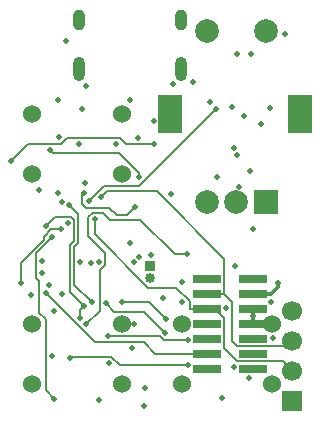
<source format=gbl>
G04 #@! TF.GenerationSoftware,KiCad,Pcbnew,9.0.2*
G04 #@! TF.CreationDate,2025-12-31T10:57:56+01:00*
G04 #@! TF.ProjectId,synthmate_L432,73796e74-686d-4617-9465-5f4c3433322e,rev?*
G04 #@! TF.SameCoordinates,Original*
G04 #@! TF.FileFunction,Copper,L4,Bot*
G04 #@! TF.FilePolarity,Positive*
%FSLAX46Y46*%
G04 Gerber Fmt 4.6, Leading zero omitted, Abs format (unit mm)*
G04 Created by KiCad (PCBNEW 9.0.2) date 2025-12-31 10:57:56*
%MOMM*%
%LPD*%
G01*
G04 APERTURE LIST*
G04 #@! TA.AperFunction,ComponentPad*
%ADD10R,1.700000X1.700000*%
G04 #@! TD*
G04 #@! TA.AperFunction,ComponentPad*
%ADD11C,1.700000*%
G04 #@! TD*
G04 #@! TA.AperFunction,HeatsinkPad*
%ADD12O,1.000000X2.100000*%
G04 #@! TD*
G04 #@! TA.AperFunction,HeatsinkPad*
%ADD13O,1.000000X1.800000*%
G04 #@! TD*
G04 #@! TA.AperFunction,ComponentPad*
%ADD14R,0.850000X0.850000*%
G04 #@! TD*
G04 #@! TA.AperFunction,ComponentPad*
%ADD15C,0.850000*%
G04 #@! TD*
G04 #@! TA.AperFunction,ComponentPad*
%ADD16C,1.524000*%
G04 #@! TD*
G04 #@! TA.AperFunction,ComponentPad*
%ADD17R,2.000000X2.000000*%
G04 #@! TD*
G04 #@! TA.AperFunction,ComponentPad*
%ADD18C,2.000000*%
G04 #@! TD*
G04 #@! TA.AperFunction,ComponentPad*
%ADD19R,2.000000X3.200000*%
G04 #@! TD*
G04 #@! TA.AperFunction,SMDPad,CuDef*
%ADD20R,2.400000X0.740000*%
G04 #@! TD*
G04 #@! TA.AperFunction,ViaPad*
%ADD21C,0.500000*%
G04 #@! TD*
G04 #@! TA.AperFunction,Conductor*
%ADD22C,0.300000*%
G04 #@! TD*
G04 #@! TA.AperFunction,Conductor*
%ADD23C,0.200000*%
G04 #@! TD*
G04 APERTURE END LIST*
D10*
G04 #@! TO.P,J5,1,Pin_1*
G04 #@! TO.N,GND*
X151610000Y-105600000D03*
D11*
G04 #@! TO.P,J5,2,Pin_2*
G04 #@! TO.N,SWCLK*
X151610000Y-103060000D03*
G04 #@! TO.P,J5,3,Pin_3*
G04 #@! TO.N,SWDIO*
X151610000Y-100520000D03*
G04 #@! TO.P,J5,4,Pin_4*
G04 #@! TO.N,3V3*
X151610000Y-97980000D03*
G04 #@! TD*
D12*
G04 #@! TO.P,J1,S1,SHIELD*
G04 #@! TO.N,GND*
X142200000Y-77530000D03*
D13*
X142200000Y-73350000D03*
D12*
X133560000Y-77530000D03*
D13*
X133560000Y-73350000D03*
G04 #@! TD*
D14*
G04 #@! TO.P,J3,1,Pin_1*
G04 #@! TO.N,Net-(J3-Pin_1)*
X139550000Y-94170000D03*
D15*
G04 #@! TO.P,J3,2,Pin_2*
G04 #@! TO.N,Net-(J3-Pin_2)*
X139550000Y-95170000D03*
G04 #@! TD*
D16*
G04 #@! TO.P,SW3,1,B*
G04 #@! TO.N,GND*
X137160000Y-99060000D03*
G04 #@! TO.P,SW3,2,C*
G04 #@! TO.N,Net-(SW3-C)*
X137160000Y-104140000D03*
G04 #@! TO.P,SW3,3,A*
G04 #@! TO.N,unconnected-(SW3-A-Pad3)*
X129540000Y-99060000D03*
G04 #@! TO.P,SW3,4*
G04 #@! TO.N,N/C*
X129540000Y-104140000D03*
G04 #@! TD*
G04 #@! TO.P,SW2,1,B*
G04 #@! TO.N,GND*
X149860000Y-99060000D03*
G04 #@! TO.P,SW2,2,C*
G04 #@! TO.N,Net-(SW2-C)*
X149860000Y-104140000D03*
G04 #@! TO.P,SW2,3,A*
G04 #@! TO.N,unconnected-(SW2-A-Pad3)*
X142240000Y-99060000D03*
G04 #@! TO.P,SW2,4*
G04 #@! TO.N,N/C*
X142240000Y-104140000D03*
G04 #@! TD*
D17*
G04 #@! TO.P,SW1,A,A*
G04 #@! TO.N,Net-(R7-Pad1)*
X149360000Y-88770000D03*
D18*
G04 #@! TO.P,SW1,B,B*
G04 #@! TO.N,Net-(R6-Pad1)*
X144360000Y-88770000D03*
G04 #@! TO.P,SW1,C,C*
G04 #@! TO.N,GND*
X146860000Y-88770000D03*
D19*
G04 #@! TO.P,SW1,MP*
G04 #@! TO.N,N/C*
X141260000Y-81270000D03*
X152280000Y-81270000D03*
D18*
G04 #@! TO.P,SW1,S1,S1*
G04 #@! TO.N,Net-(R1-Pad1)*
X144360000Y-74270000D03*
G04 #@! TO.P,SW1,S2,S2*
G04 #@! TO.N,GND*
X149360000Y-74270000D03*
G04 #@! TD*
D20*
G04 #@! TO.P,J8,1,NC*
G04 #@! TO.N,unconnected-(J8-NC-Pad1)*
X148270000Y-95250000D03*
G04 #@! TO.P,J8,2,NC*
G04 #@! TO.N,unconnected-(J8-NC-Pad2)*
X144370000Y-95250000D03*
G04 #@! TO.P,J8,3,VCC*
G04 #@! TO.N,3V3*
X148270000Y-96520000D03*
G04 #@! TO.P,J8,4,JTMS/SWDIO*
G04 #@! TO.N,SWDIO*
X144370000Y-96520000D03*
G04 #@! TO.P,J8,5,GND*
G04 #@! TO.N,GND*
X148270000Y-97790000D03*
G04 #@! TO.P,J8,6,JCLK/SWCLK*
G04 #@! TO.N,SWCLK*
X144370000Y-97790000D03*
G04 #@! TO.P,J8,7,GND*
G04 #@! TO.N,GND*
X148270000Y-99060000D03*
G04 #@! TO.P,J8,8,JTDO/SWO*
G04 #@! TO.N,unconnected-(J8-JTDO{slash}SWO-Pad8)*
X144370000Y-99060000D03*
G04 #@! TO.P,J8,9,JRCLK/NC*
G04 #@! TO.N,unconnected-(J8-JRCLK{slash}NC-Pad9)*
X148270000Y-100330000D03*
G04 #@! TO.P,J8,10,JTDI/NC*
G04 #@! TO.N,unconnected-(J8-JTDI{slash}NC-Pad10)*
X144370000Y-100330000D03*
G04 #@! TO.P,J8,11,GNDDetect*
G04 #@! TO.N,unconnected-(J8-GNDDetect-Pad11)*
X148270000Y-101600000D03*
G04 #@! TO.P,J8,12,~{RST}*
G04 #@! TO.N,NRST*
X144370000Y-101600000D03*
G04 #@! TO.P,J8,13,VCP_RX*
G04 #@! TO.N,unconnected-(J8-VCP_RX-Pad13)*
X148270000Y-102870000D03*
G04 #@! TO.P,J8,14,VCP_TX*
G04 #@! TO.N,unconnected-(J8-VCP_TX-Pad14)*
X144370000Y-102870000D03*
G04 #@! TD*
D16*
G04 #@! TO.P,SW5,1,B*
G04 #@! TO.N,GND*
X137160000Y-81280000D03*
G04 #@! TO.P,SW5,2,C*
G04 #@! TO.N,Net-(SW5-C)*
X137160000Y-86360000D03*
G04 #@! TO.P,SW5,3,A*
G04 #@! TO.N,unconnected-(SW5-A-Pad3)*
X129540000Y-81280000D03*
G04 #@! TO.P,SW5,4*
G04 #@! TO.N,N/C*
X129540000Y-86360000D03*
G04 #@! TD*
D21*
G04 #@! TO.N,GND*
X137890000Y-80160000D03*
G04 #@! TO.N,CS*
X135791100Y-97343900D03*
X140842600Y-99831500D03*
G04 #@! TO.N,pushbutton_C*
X131240400Y-91741200D03*
X131460000Y-105411200D03*
G04 #@! TO.N,MISO*
X137219500Y-97198200D03*
X140936900Y-98647900D03*
G04 #@! TO.N,Net-(U1-PA9)*
X138586300Y-86629800D03*
X131088000Y-84385200D03*
G04 #@! TO.N,usb_switch*
X132738300Y-89032700D03*
X134641400Y-97254100D03*
G04 #@! TO.N,Net-(C10-Pad1)*
X142768600Y-102595800D03*
X132760000Y-101964500D03*
G04 #@! TO.N,Net-(C8-Pad1)*
X139905000Y-83882500D03*
X127750900Y-85305300D03*
G04 #@! TO.N,Net-(C7-Pad1)*
X142727100Y-93149900D03*
X134175700Y-99072700D03*
G04 #@! TO.N,Net-(C6-Pad1)*
X135979200Y-100128500D03*
X142743200Y-100452800D03*
G04 #@! TO.N,SWDIO*
X135444500Y-88370400D03*
G04 #@! TO.N,pushbutton_A*
X128601100Y-95631700D03*
X132038700Y-91058700D03*
G04 #@! TO.N,USART1_RX*
X138312200Y-89221900D03*
X133999300Y-88007000D03*
G04 #@! TO.N,SWCLK*
X134857700Y-90227900D03*
G04 #@! TO.N,BOOT0*
X133955400Y-97582100D03*
X133652300Y-98618800D03*
X130740200Y-90818500D03*
G04 #@! TO.N,LED*
X145120200Y-80864300D03*
X134357600Y-88703500D03*
G04 #@! TO.N,NRST*
X130736700Y-96441700D03*
G04 #@! TO.N,GND*
X137834000Y-92238900D03*
X148020000Y-86100000D03*
X139859998Y-81920000D03*
X141360000Y-88070000D03*
X139170000Y-104490000D03*
X131040000Y-95820000D03*
X138050000Y-101150000D03*
X138170000Y-99060000D03*
X131760000Y-87980000D03*
X150970000Y-74510000D03*
X142250000Y-97220000D03*
X146470000Y-80690000D03*
X131415000Y-98015000D03*
X132430000Y-75160000D03*
X147971808Y-103640002D03*
X136690000Y-83832600D03*
X147130000Y-87510000D03*
X139660000Y-93240000D03*
X131415428Y-98015000D03*
X137833924Y-92238943D03*
X145270000Y-86620000D03*
X148280000Y-91080000D03*
X129493000Y-96670000D03*
X131240000Y-101770000D03*
X131785000Y-80160000D03*
X129493361Y-96670000D03*
X132600000Y-90530000D03*
X146670000Y-84160000D03*
X133670000Y-93846100D03*
X138174182Y-93821838D03*
X146920000Y-76200000D03*
X139070000Y-106070000D03*
X134550000Y-93890000D03*
X141505000Y-78735000D03*
X134170000Y-78910000D03*
X149930000Y-100260000D03*
X148080000Y-76270000D03*
X148270000Y-98440000D03*
X135250000Y-93846100D03*
X138174000Y-93821800D03*
X144620000Y-80330000D03*
X133830000Y-80920000D03*
X147490000Y-81490000D03*
G04 #@! TO.N,3V3*
X133582600Y-83832600D03*
X130180000Y-87750000D03*
X146669998Y-102740000D03*
X145970002Y-97700000D03*
X130420000Y-94800000D03*
X150370000Y-95630000D03*
X135250000Y-105560000D03*
X131820000Y-83250000D03*
X132074000Y-96584300D03*
X145620000Y-105360000D03*
X132074327Y-96584327D03*
X149804420Y-97200537D03*
X138550000Y-83370000D03*
X138660000Y-93390000D03*
X149730000Y-80800000D03*
X134020000Y-87150000D03*
X142250000Y-95520000D03*
X148920000Y-82160000D03*
X146944320Y-84749281D03*
X143210000Y-78640000D03*
X146730000Y-94180000D03*
X132080000Y-88790000D03*
X136060000Y-102400000D03*
X140670000Y-96920000D03*
G04 #@! TO.N,GND*
X130440000Y-93790000D03*
G04 #@! TD*
D22*
G04 #@! TO.N,3V3*
X149830000Y-96520000D02*
X150370000Y-95980000D01*
X150370000Y-95980000D02*
X150370000Y-95630000D01*
D23*
G04 #@! TO.N,CS*
X139059000Y-98047900D02*
X140842600Y-99831500D01*
X136495100Y-98047900D02*
X139059000Y-98047900D01*
X135791100Y-97343900D02*
X136495100Y-98047900D01*
G04 #@! TO.N,pushbutton_C*
X129903400Y-93078200D02*
X131240400Y-91741200D01*
X129903400Y-95210400D02*
X129903400Y-93078200D01*
X130170200Y-95477200D02*
X129903400Y-95210400D01*
X130170200Y-98133200D02*
X130170200Y-95477200D01*
X130739800Y-98702800D02*
X130170200Y-98133200D01*
X130739800Y-104691000D02*
X130739800Y-98702800D01*
X131460000Y-105411200D02*
X130739800Y-104691000D01*
G04 #@! TO.N,MISO*
X139487200Y-97198200D02*
X137219500Y-97198200D01*
X140936900Y-98647900D02*
X139487200Y-97198200D01*
G04 #@! TO.N,Net-(U1-PA9)*
X131351700Y-84648900D02*
X131088000Y-84385200D01*
X131351700Y-84649000D02*
X131351700Y-84648900D01*
X136890500Y-84649000D02*
X131351700Y-84649000D01*
X138586300Y-86344800D02*
X136890500Y-84649000D01*
X138586300Y-86629800D02*
X138586300Y-86344800D01*
G04 #@! TO.N,usb_switch*
X133485200Y-89779600D02*
X132738300Y-89032700D01*
X133485200Y-92211400D02*
X133485200Y-89779600D01*
X133135100Y-92561500D02*
X133485200Y-92211400D01*
X133135100Y-95747800D02*
X133135100Y-92561500D01*
X134641400Y-97254100D02*
X133135100Y-95747800D01*
G04 #@! TO.N,Net-(C10-Pad1)*
X137030600Y-102595800D02*
X142768600Y-102595800D01*
X136282600Y-101847800D02*
X137030600Y-102595800D01*
X132876700Y-101847800D02*
X136282600Y-101847800D01*
X132760000Y-101964500D02*
X132876700Y-101847800D01*
G04 #@! TO.N,Net-(C8-Pad1)*
X129245000Y-83811200D02*
X127750900Y-85305300D01*
X132002300Y-83811200D02*
X129245000Y-83811200D01*
X132506700Y-83306800D02*
X132002300Y-83811200D01*
X136989400Y-83306800D02*
X132506700Y-83306800D01*
X137565100Y-83882500D02*
X136989400Y-83306800D01*
X139905000Y-83882500D02*
X137565100Y-83882500D01*
G04 #@! TO.N,Net-(C7-Pad1)*
X141649900Y-93149900D02*
X142727100Y-93149900D01*
X138750400Y-90250400D02*
X141649900Y-93149900D01*
X136189800Y-90250400D02*
X138750400Y-90250400D01*
X135612400Y-89673000D02*
X136189800Y-90250400D01*
X134690900Y-89673000D02*
X135612400Y-89673000D01*
X134314100Y-90049800D02*
X134690900Y-89673000D01*
X134314100Y-91640100D02*
X134314100Y-90049800D01*
X135757600Y-93083600D02*
X134314100Y-91640100D01*
X135757600Y-94054700D02*
X135757600Y-93083600D01*
X135290900Y-94521400D02*
X135757600Y-94054700D01*
X135290900Y-97957500D02*
X135290900Y-94521400D01*
X134175700Y-99072700D02*
X135290900Y-97957500D01*
G04 #@! TO.N,Net-(C6-Pad1)*
X140756700Y-100452800D02*
X142743200Y-100452800D01*
X140432400Y-100128500D02*
X140756700Y-100452800D01*
X135979200Y-100128500D02*
X140432400Y-100128500D01*
G04 #@! TO.N,SWDIO*
X151179800Y-100950200D02*
X151610000Y-100520000D01*
X146953600Y-100950200D02*
X151179800Y-100950200D01*
X146531100Y-100527700D02*
X146953600Y-100950200D01*
X146531100Y-97231000D02*
X146531100Y-100527700D01*
X145820100Y-96520000D02*
X146531100Y-97231000D01*
X145095100Y-96520000D02*
X144370000Y-96520000D01*
X145095100Y-96520000D02*
X145732600Y-96520000D01*
X145732600Y-96520000D02*
X145820100Y-96520000D01*
X135953800Y-87861100D02*
X135444500Y-88370400D01*
X140127300Y-87861100D02*
X135953800Y-87861100D01*
X145820100Y-93553900D02*
X140127300Y-87861100D01*
X145820100Y-96520000D02*
X145820100Y-93553900D01*
G04 #@! TO.N,pushbutton_A*
X131208400Y-91058700D02*
X132038700Y-91058700D01*
X130540200Y-91726900D02*
X131208400Y-91058700D01*
X130540200Y-91946100D02*
X130540200Y-91726900D01*
X128601100Y-93885200D02*
X130540200Y-91946100D01*
X128601100Y-95631700D02*
X128601100Y-93885200D01*
G04 #@! TO.N,USART1_RX*
X133818800Y-88187500D02*
X133999300Y-88007000D01*
X133818800Y-88943100D02*
X133818800Y-88187500D01*
X134134700Y-89259000D02*
X133818800Y-88943100D01*
X136096000Y-89259000D02*
X134134700Y-89259000D01*
X136737300Y-89900300D02*
X136096000Y-89259000D01*
X137633800Y-89900300D02*
X136737300Y-89900300D01*
X138312200Y-89221900D02*
X137633800Y-89900300D01*
G04 #@! TO.N,SWCLK*
X145023700Y-97790000D02*
X144370000Y-97790000D01*
X145820100Y-98586400D02*
X145023700Y-97790000D01*
X145820100Y-101150000D02*
X145820100Y-98586400D01*
X146920000Y-102249900D02*
X145820100Y-101150000D01*
X150799900Y-102249900D02*
X146920000Y-102249900D01*
X151610000Y-103060000D02*
X150799900Y-102249900D01*
X144370000Y-97790000D02*
X142919900Y-97790000D01*
X142919900Y-97169900D02*
X142919900Y-97790000D01*
X141770200Y-96020200D02*
X142919900Y-97169900D01*
X139419300Y-96020200D02*
X141770200Y-96020200D01*
X134857700Y-91458600D02*
X139419300Y-96020200D01*
X134857700Y-90227900D02*
X134857700Y-91458600D01*
G04 #@! TO.N,BOOT0*
X133652300Y-97885200D02*
X133652300Y-98618800D01*
X133955400Y-97582100D02*
X133652300Y-97885200D01*
X131533400Y-90025300D02*
X130740200Y-90818500D01*
X132852500Y-90025300D02*
X131533400Y-90025300D01*
X133135100Y-90307900D02*
X132852500Y-90025300D01*
X133135100Y-92045000D02*
X133135100Y-90307900D01*
X132784500Y-92395600D02*
X133135100Y-92045000D01*
X132784500Y-96411200D02*
X132784500Y-92395600D01*
X133955400Y-97582100D02*
X132784500Y-96411200D01*
G04 #@! TO.N,LED*
X135688900Y-87372200D02*
X134357600Y-88703500D01*
X138612300Y-87372200D02*
X135688900Y-87372200D01*
X145120200Y-80864300D02*
X138612300Y-87372200D01*
G04 #@! TO.N,NRST*
X134937700Y-100642700D02*
X130736700Y-96441700D01*
X139050500Y-100642700D02*
X134937700Y-100642700D01*
X140007800Y-101600000D02*
X139050500Y-100642700D01*
X144370000Y-101600000D02*
X140007800Y-101600000D01*
D22*
G04 #@! TO.N,GND*
X148270000Y-98440000D02*
X148270000Y-97790000D01*
X148270000Y-99060000D02*
X148270000Y-98440000D01*
D23*
X147960000Y-103628194D02*
X147960000Y-103491000D01*
X147971808Y-103640002D02*
X147960000Y-103628194D01*
X137160000Y-99060000D02*
X138170000Y-99060000D01*
G04 #@! TO.N,3V3*
X145970002Y-97700000D02*
X145821000Y-97700000D01*
D22*
X148270000Y-96520000D02*
X149830000Y-96520000D01*
G04 #@! TD*
M02*

</source>
